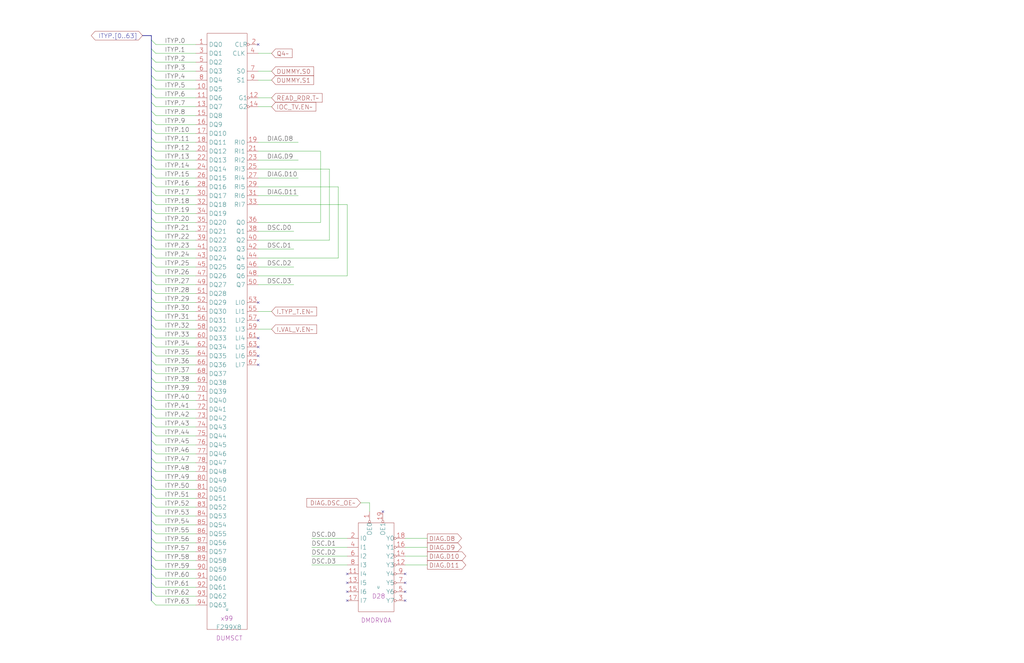
<source format=kicad_sch>
(kicad_sch (version 20220404) (generator eeschema)
  (paper "User" 584.2 378.46)
  (title_block (title "DUMMY RDR\\nTYPE") (date "22-SEP-90") (rev "2.0") (comment 1 "IOC") (comment 2 "232-003061") (comment 3 "S400") (comment 4 "RELEASED"))
  (lib_symbols
    (symbol "r1000:F240" (pin_names (offset 1.016))
      (property "Reference" "U" (at 2.54 5.08 0))
      (property "Value" "F240" (at -3.81 -7.62 0))
      (property "Location" "___" (at -1.27 0 0))
      (property "Name" "______" (at 1.27 -15.24 0))
      (symbol "F240_1_1"
        (rectangle (start -8.89 41.91) (end 11.43 -8.89))
        (circle (center -2.54 42.545) (radius 0.635))
        (circle (center 5.08 42.545) (radius 0.635))
        (circle (center 12.065 -2.54) (radius 0.635))
        (circle (center 12.065 2.54) (radius 0.635))
        (circle (center 12.065 7.62) (radius 0.635))
        (circle (center 12.065 12.7) (radius 0.635))
        (circle (center 12.065 17.78) (radius 0.635))
        (circle (center 12.065 22.86) (radius 0.635))
        (circle (center 12.065 27.94) (radius 0.635))
        (circle (center 12.065 33.02) (radius 0.635))
        (pin input line (at -2.54 48.26 270) (length 5.08) (name "OE0") (number "1"))
        (pin input line (at -15.24 12.7 0) (length 6.35) (name "I4") (number "11"))
        (pin tri_state line (at 17.78 17.78 180) (length 5.08) (name "Y3") (number "12"))
        (pin input line (at -15.24 7.62 0) (length 6.35) (name "I5") (number "13"))
        (pin tri_state line (at 17.78 22.86 180) (length 5.08) (name "Y2") (number "14"))
        (pin input line (at -15.24 2.54 0) (length 6.35) (name "I6") (number "15"))
        (pin tri_state line (at 17.78 27.94 180) (length 5.08) (name "Y1") (number "16"))
        (pin input line (at -15.24 -2.54 0) (length 6.35) (name "I7") (number "17"))
        (pin tri_state line (at 17.78 33.02 180) (length 5.08) (name "Y0") (number "18"))
        (pin input line (at 5.08 48.26 270) (length 5.08) (name "OE1") (number "19"))
        (pin input line (at -15.24 33.02 0) (length 6.35) (name "I0") (number "2"))
        (pin tri_state line (at 17.78 -2.54 180) (length 5.08) (name "Y7") (number "3"))
        (pin input line (at -15.24 27.94 0) (length 6.35) (name "I1") (number "4"))
        (pin tri_state line (at 17.78 2.54 180) (length 5.08) (name "Y6") (number "5"))
        (pin input line (at -15.24 22.86 0) (length 6.35) (name "I2") (number "6"))
        (pin tri_state line (at 17.78 7.62 180) (length 5.08) (name "Y5") (number "7"))
        (pin input line (at -15.24 17.78 0) (length 6.35) (name "I3") (number "8"))
        (pin tri_state line (at 17.78 12.7 180) (length 5.08) (name "Y4") (number "9"))
      )
    )
    (symbol "r1000:F299X8" (pin_names (offset 1.016))
      (property "Reference" "U" (at 2.54 5.08 0))
      (property "Value" "F299X8" (at -3.81 -5.08 0))
      (property "Location" "___" (at -1.27 0 0))
      (property "Name" "______" (at 3.81 -12.7 0))
      (symbol "F299X8_1_1"
        (rectangle (start -8.89 334.01) (end 13.97 -6.35))
        (circle (center 14.605 292.1) (radius 0.635))
        (circle (center 14.605 297.18) (radius 0.635))
        (circle (center 14.605 327.66) (radius 0.635))
        (pin bidirectional line (at -15.24 327.66 0) (length 6.35) (name "DQ0") (number "1"))
        (pin bidirectional line (at -15.24 302.26 0) (length 6.35) (name "DQ5") (number "10"))
        (pin bidirectional line (at -15.24 297.18 0) (length 6.35) (name "DQ6") (number "11"))
        (pin input line (at 20.32 297.18 180) (length 5.08) (name "G1") (number "12"))
        (pin bidirectional line (at -15.24 292.1 0) (length 6.35) (name "DQ7") (number "13"))
        (pin input line (at 20.32 292.1 180) (length 5.08) (name "G2") (number "14"))
        (pin bidirectional line (at -15.24 287.02 0) (length 6.35) (name "DQ8") (number "15"))
        (pin bidirectional line (at -15.24 281.94 0) (length 6.35) (name "DQ9") (number "16"))
        (pin bidirectional line (at -15.24 276.86 0) (length 6.35) (name "DQ10") (number "17"))
        (pin bidirectional line (at -15.24 271.78 0) (length 6.35) (name "DQ11") (number "18"))
        (pin input line (at 20.32 271.78 180) (length 6.35) (name "RI0") (number "19"))
        (pin input line (at 20.32 327.66 180) (length 5.08) (name "CLR") (number "2"))
        (pin bidirectional line (at -15.24 266.7 0) (length 6.35) (name "DQ12") (number "20"))
        (pin input line (at 20.32 266.7 180) (length 6.35) (name "RI1") (number "21"))
        (pin bidirectional line (at -15.24 261.62 0) (length 6.35) (name "DQ13") (number "22"))
        (pin input line (at 20.32 261.62 180) (length 6.35) (name "RI2") (number "23"))
        (pin bidirectional line (at -15.24 256.54 0) (length 6.35) (name "DQ14") (number "24"))
        (pin input line (at 20.32 256.54 180) (length 6.35) (name "RI3") (number "25"))
        (pin bidirectional line (at -15.24 251.46 0) (length 6.35) (name "DQ15") (number "26"))
        (pin input line (at 20.32 251.46 180) (length 6.35) (name "RI4") (number "27"))
        (pin bidirectional line (at -15.24 246.38 0) (length 6.35) (name "DQ16") (number "28"))
        (pin input line (at 20.32 246.38 180) (length 6.35) (name "RI5") (number "29"))
        (pin bidirectional line (at -15.24 322.58 0) (length 6.35) (name "DQ1") (number "3"))
        (pin bidirectional line (at -15.24 241.3 0) (length 6.35) (name "DQ17") (number "30"))
        (pin input line (at 20.32 241.3 180) (length 6.35) (name "RI6") (number "31"))
        (pin bidirectional line (at -15.24 236.22 0) (length 6.35) (name "DQ18") (number "32"))
        (pin input line (at 20.32 236.22 180) (length 6.35) (name "RI7") (number "33"))
        (pin bidirectional line (at -15.24 231.14 0) (length 6.35) (name "DQ19") (number "34"))
        (pin bidirectional line (at -15.24 226.06 0) (length 6.35) (name "DQ20") (number "35"))
        (pin output line (at 20.32 226.06 180) (length 6.35) (name "Q0") (number "36"))
        (pin bidirectional line (at -15.24 220.98 0) (length 6.35) (name "DQ21") (number "37"))
        (pin output line (at 20.32 220.98 180) (length 6.35) (name "Q1") (number "38"))
        (pin bidirectional line (at -15.24 215.9 0) (length 6.35) (name "DQ22") (number "39"))
        (pin input line (at 20.32 322.58 180) (length 6.35) (name "CLK") (number "4"))
        (pin output line (at 20.32 215.9 180) (length 6.35) (name "Q2") (number "40"))
        (pin bidirectional line (at -15.24 210.82 0) (length 6.35) (name "DQ23") (number "41"))
        (pin output line (at 20.32 210.82 180) (length 6.35) (name "Q3") (number "42"))
        (pin bidirectional line (at -15.24 205.74 0) (length 6.35) (name "DQ24") (number "43"))
        (pin output line (at 20.32 205.74 180) (length 6.35) (name "Q4") (number "44"))
        (pin bidirectional line (at -15.24 200.66 0) (length 6.35) (name "DQ25") (number "45"))
        (pin output line (at 20.32 200.66 180) (length 6.35) (name "Q5") (number "46"))
        (pin bidirectional line (at -15.24 195.58 0) (length 6.35) (name "DQ26") (number "47"))
        (pin output line (at 20.32 195.58 180) (length 6.35) (name "Q6") (number "48"))
        (pin bidirectional line (at -15.24 190.5 0) (length 6.35) (name "DQ27") (number "49"))
        (pin bidirectional line (at -15.24 317.5 0) (length 6.35) (name "DQ2") (number "5"))
        (pin output line (at 20.32 190.5 180) (length 6.35) (name "Q7") (number "50"))
        (pin bidirectional line (at -15.24 185.42 0) (length 6.35) (name "DQ28") (number "51"))
        (pin bidirectional line (at -15.24 180.34 0) (length 6.35) (name "DQ29") (number "52"))
        (pin input line (at 20.32 180.34 180) (length 6.35) (name "LI0") (number "53"))
        (pin bidirectional line (at -15.24 175.26 0) (length 6.35) (name "DQ30") (number "54"))
        (pin input line (at 20.32 175.26 180) (length 6.35) (name "LI1") (number "55"))
        (pin bidirectional line (at -15.24 170.18 0) (length 6.35) (name "DQ31") (number "56"))
        (pin input line (at 20.32 170.18 180) (length 6.35) (name "LI2") (number "57"))
        (pin bidirectional line (at -15.24 165.1 0) (length 6.35) (name "DQ32") (number "58"))
        (pin input line (at 20.32 165.1 180) (length 6.35) (name "LI3") (number "59"))
        (pin bidirectional line (at -15.24 312.42 0) (length 6.35) (name "DQ3") (number "6"))
        (pin bidirectional line (at -15.24 160.02 0) (length 6.35) (name "DQ33") (number "60"))
        (pin input line (at 20.32 160.02 180) (length 6.35) (name "LI4") (number "61"))
        (pin bidirectional line (at -15.24 154.94 0) (length 6.35) (name "DQ34") (number "62"))
        (pin input line (at 20.32 154.94 180) (length 6.35) (name "LI5") (number "63"))
        (pin bidirectional line (at -15.24 149.86 0) (length 6.35) (name "DQ35") (number "64"))
        (pin input line (at 20.32 149.86 180) (length 6.35) (name "LI6") (number "65"))
        (pin bidirectional line (at -15.24 144.78 0) (length 6.35) (name "DQ36") (number "66"))
        (pin input line (at 20.32 144.78 180) (length 6.35) (name "LI7") (number "67"))
        (pin bidirectional line (at -15.24 139.7 0) (length 6.35) (name "DQ37") (number "68"))
        (pin bidirectional line (at -15.24 134.62 0) (length 6.35) (name "DQ38") (number "69"))
        (pin input line (at 20.32 312.42 180) (length 6.35) (name "S0") (number "7"))
        (pin bidirectional line (at -15.24 129.54 0) (length 6.35) (name "DQ39") (number "70"))
        (pin bidirectional line (at -15.24 124.46 0) (length 6.35) (name "DQ40") (number "71"))
        (pin bidirectional line (at -15.24 119.38 0) (length 6.35) (name "DQ41") (number "72"))
        (pin bidirectional line (at -15.24 114.3 0) (length 6.35) (name "DQ42") (number "73"))
        (pin bidirectional line (at -15.24 109.22 0) (length 6.35) (name "DQ43") (number "74"))
        (pin bidirectional line (at -15.24 104.14 0) (length 6.35) (name "DQ44") (number "75"))
        (pin bidirectional line (at -15.24 99.06 0) (length 6.35) (name "DQ45") (number "76"))
        (pin bidirectional line (at -15.24 93.98 0) (length 6.35) (name "DQ46") (number "77"))
        (pin bidirectional line (at -15.24 88.9 0) (length 6.35) (name "DQ47") (number "78"))
        (pin bidirectional line (at -15.24 83.82 0) (length 6.35) (name "DQ48") (number "79"))
        (pin bidirectional line (at -15.24 307.34 0) (length 6.35) (name "DQ4") (number "8"))
        (pin bidirectional line (at -15.24 78.74 0) (length 6.35) (name "DQ49") (number "80"))
        (pin bidirectional line (at -15.24 73.66 0) (length 6.35) (name "DQ50") (number "81"))
        (pin bidirectional line (at -15.24 68.58 0) (length 6.35) (name "DQ51") (number "82"))
        (pin bidirectional line (at -15.24 63.5 0) (length 6.35) (name "DQ52") (number "83"))
        (pin bidirectional line (at -15.24 58.42 0) (length 6.35) (name "DQ53") (number "84"))
        (pin bidirectional line (at -15.24 53.34 0) (length 6.35) (name "DQ54") (number "85"))
        (pin bidirectional line (at -15.24 48.26 0) (length 6.35) (name "DQ55") (number "86"))
        (pin bidirectional line (at -15.24 43.18 0) (length 6.35) (name "DQ56") (number "87"))
        (pin bidirectional line (at -15.24 38.1 0) (length 6.35) (name "DQ57") (number "88"))
        (pin bidirectional line (at -15.24 33.02 0) (length 6.35) (name "DQ58") (number "89"))
        (pin input line (at 20.32 307.34 180) (length 6.35) (name "S1") (number "9"))
        (pin bidirectional line (at -15.24 27.94 0) (length 6.35) (name "DQ59") (number "90"))
        (pin bidirectional line (at -15.24 22.86 0) (length 6.35) (name "DQ60") (number "91"))
        (pin bidirectional line (at -15.24 17.78 0) (length 6.35) (name "DQ61") (number "92"))
        (pin bidirectional line (at -15.24 12.7 0) (length 6.35) (name "DQ62") (number "93"))
        (pin bidirectional line (at -15.24 7.62 0) (length 6.35) (name "DQ63") (number "94"))
      )
    )
  )
  (no_connect (at 147.32 193.04))
  (no_connect (at 198.12 327.66))
  (no_connect (at 231.14 327.66))
  (no_connect (at 218.44 292.1))
  (no_connect (at 198.12 342.9))
  (no_connect (at 147.32 25.4))
  (no_connect (at 147.32 198.12))
  (no_connect (at 147.32 172.72))
  (no_connect (at 231.14 342.9))
  (no_connect (at 147.32 208.28))
  (no_connect (at 231.14 337.82))
  (no_connect (at 147.32 182.88))
  (no_connect (at 147.32 203.2))
  (no_connect (at 198.12 337.82))
  (no_connect (at 198.12 332.74))
  (no_connect (at 231.14 332.74))
  (bus_entry (at 86.36 83.82) (size 2.54 2.54))
  (bus_entry (at 86.36 38.1) (size 2.54 2.54))
  (bus_entry (at 86.36 129.54) (size 2.54 2.54))
  (bus_entry (at 86.36 251.46) (size 2.54 2.54))
  (bus_entry (at 86.36 297.18) (size 2.54 2.54))
  (bus_entry (at 86.36 195.58) (size 2.54 2.54))
  (bus_entry (at 86.36 134.62) (size 2.54 2.54))
  (bus_entry (at 86.36 48.26) (size 2.54 2.54))
  (bus_entry (at 86.36 190.5) (size 2.54 2.54))
  (bus_entry (at 86.36 22.86) (size 2.54 2.54))
  (bus_entry (at 86.36 200.66) (size 2.54 2.54))
  (bus_entry (at 86.36 93.98) (size 2.54 2.54))
  (bus_entry (at 86.36 266.7) (size 2.54 2.54))
  (bus_entry (at 86.36 337.82) (size 2.54 2.54))
  (bus_entry (at 86.36 139.7) (size 2.54 2.54))
  (bus_entry (at 86.36 246.38) (size 2.54 2.54))
  (bus_entry (at 86.36 185.42) (size 2.54 2.54))
  (bus_entry (at 86.36 271.78) (size 2.54 2.54))
  (bus_entry (at 86.36 276.86) (size 2.54 2.54))
  (bus_entry (at 86.36 332.74) (size 2.54 2.54))
  (bus_entry (at 86.36 144.78) (size 2.54 2.54))
  (bus_entry (at 86.36 73.66) (size 2.54 2.54))
  (bus_entry (at 86.36 78.74) (size 2.54 2.54))
  (bus_entry (at 86.36 312.42) (size 2.54 2.54))
  (bus_entry (at 86.36 149.86) (size 2.54 2.54))
  (bus_entry (at 86.36 63.5) (size 2.54 2.54))
  (bus_entry (at 86.36 205.74) (size 2.54 2.54))
  (bus_entry (at 86.36 220.98) (size 2.54 2.54))
  (bus_entry (at 86.36 119.38) (size 2.54 2.54))
  (bus_entry (at 86.36 281.94) (size 2.54 2.54))
  (bus_entry (at 86.36 104.14) (size 2.54 2.54))
  (bus_entry (at 86.36 58.42) (size 2.54 2.54))
  (bus_entry (at 86.36 160.02) (size 2.54 2.54))
  (bus_entry (at 86.36 231.14) (size 2.54 2.54))
  (bus_entry (at 86.36 287.02) (size 2.54 2.54))
  (bus_entry (at 86.36 165.1) (size 2.54 2.54))
  (bus_entry (at 86.36 27.94) (size 2.54 2.54))
  (bus_entry (at 86.36 327.66) (size 2.54 2.54))
  (bus_entry (at 86.36 210.82) (size 2.54 2.54))
  (bus_entry (at 86.36 241.3) (size 2.54 2.54))
  (bus_entry (at 86.36 33.02) (size 2.54 2.54))
  (bus_entry (at 86.36 317.5) (size 2.54 2.54))
  (bus_entry (at 86.36 109.22) (size 2.54 2.54))
  (bus_entry (at 86.36 261.62) (size 2.54 2.54))
  (bus_entry (at 86.36 342.9) (size 2.54 2.54))
  (bus_entry (at 86.36 68.58) (size 2.54 2.54))
  (bus_entry (at 86.36 170.18) (size 2.54 2.54))
  (bus_entry (at 86.36 226.06) (size 2.54 2.54))
  (bus_entry (at 86.36 302.26) (size 2.54 2.54))
  (bus_entry (at 86.36 53.34) (size 2.54 2.54))
  (bus_entry (at 86.36 307.34) (size 2.54 2.54))
  (bus_entry (at 86.36 256.54) (size 2.54 2.54))
  (bus_entry (at 86.36 88.9) (size 2.54 2.54))
  (bus_entry (at 86.36 180.34) (size 2.54 2.54))
  (bus_entry (at 86.36 236.22) (size 2.54 2.54))
  (bus_entry (at 86.36 124.46) (size 2.54 2.54))
  (bus_entry (at 86.36 175.26) (size 2.54 2.54))
  (bus_entry (at 86.36 154.94) (size 2.54 2.54))
  (bus_entry (at 86.36 215.9) (size 2.54 2.54))
  (bus_entry (at 86.36 43.18) (size 2.54 2.54))
  (bus_entry (at 86.36 114.3) (size 2.54 2.54))
  (bus_entry (at 86.36 322.58) (size 2.54 2.54))
  (bus_entry (at 86.36 99.06) (size 2.54 2.54))
  (bus_entry (at 86.36 292.1) (size 2.54 2.54))
  (wire (pts (xy 177.8 317.5) (xy 198.12 317.5)))
  (wire (pts (xy 88.9 86.36) (xy 111.76 86.36)))
  (bus (pts (xy 86.36 281.94) (xy 86.36 287.02)))
  (wire (pts (xy 147.32 81.28) (xy 170.18 81.28)))
  (wire (pts (xy 88.9 259.08) (xy 111.76 259.08)))
  (wire (pts (xy 147.32 142.24) (xy 167.64 142.24)))
  (wire (pts (xy 147.32 101.6) (xy 170.18 101.6)))
  (bus (pts (xy 86.36 83.82) (xy 86.36 88.9)))
  (wire (pts (xy 210.82 287.02) (xy 210.82 292.1)))
  (bus (pts (xy 86.36 78.74) (xy 86.36 83.82)))
  (bus (pts (xy 86.36 332.74) (xy 86.36 337.82)))
  (bus (pts (xy 86.36 271.78) (xy 86.36 276.86)))
  (wire (pts (xy 177.8 312.42) (xy 198.12 312.42)))
  (wire (pts (xy 88.9 208.28) (xy 111.76 208.28)))
  (bus (pts (xy 86.36 144.78) (xy 86.36 149.86)))
  (wire (pts (xy 182.88 127) (xy 182.88 86.36)))
  (wire (pts (xy 147.32 187.96) (xy 154.94 187.96)))
  (wire (pts (xy 88.9 198.12) (xy 111.76 198.12)))
  (wire (pts (xy 147.32 162.56) (xy 167.64 162.56)))
  (wire (pts (xy 231.14 322.58) (xy 243.84 322.58)))
  (bus (pts (xy 86.36 236.22) (xy 86.36 241.3)))
  (bus (pts (xy 86.36 134.62) (xy 86.36 139.7)))
  (bus (pts (xy 86.36 246.38) (xy 86.36 251.46)))
  (bus (pts (xy 86.36 266.7) (xy 86.36 271.78)))
  (bus (pts (xy 86.36 88.9) (xy 86.36 93.98)))
  (bus (pts (xy 86.36 322.58) (xy 86.36 327.66)))
  (wire (pts (xy 147.32 86.36) (xy 182.88 86.36)))
  (wire (pts (xy 88.9 238.76) (xy 111.76 238.76)))
  (bus (pts (xy 86.36 210.82) (xy 86.36 215.9)))
  (wire (pts (xy 88.9 309.88) (xy 111.76 309.88)))
  (wire (pts (xy 88.9 320.04) (xy 111.76 320.04)))
  (wire (pts (xy 88.9 228.6) (xy 111.76 228.6)))
  (bus (pts (xy 86.36 165.1) (xy 86.36 170.18)))
  (bus (pts (xy 86.36 287.02) (xy 86.36 292.1)))
  (wire (pts (xy 88.9 106.68) (xy 111.76 106.68)))
  (bus (pts (xy 86.36 292.1) (xy 86.36 297.18)))
  (wire (pts (xy 88.9 55.88) (xy 111.76 55.88)))
  (bus (pts (xy 86.36 185.42) (xy 86.36 190.5)))
  (bus (pts (xy 86.36 261.62) (xy 86.36 266.7)))
  (wire (pts (xy 88.9 218.44) (xy 111.76 218.44)))
  (bus (pts (xy 86.36 251.46) (xy 86.36 256.54)))
  (wire (pts (xy 88.9 25.4) (xy 111.76 25.4)))
  (wire (pts (xy 231.14 307.34) (xy 243.84 307.34)))
  (bus (pts (xy 86.36 241.3) (xy 86.36 246.38)))
  (wire (pts (xy 147.32 152.4) (xy 167.64 152.4)))
  (wire (pts (xy 147.32 132.08) (xy 167.64 132.08)))
  (wire (pts (xy 88.9 162.56) (xy 111.76 162.56)))
  (wire (pts (xy 88.9 35.56) (xy 111.76 35.56)))
  (wire (pts (xy 88.9 233.68) (xy 111.76 233.68)))
  (wire (pts (xy 147.32 30.48) (xy 154.94 30.48)))
  (wire (pts (xy 88.9 167.64) (xy 111.76 167.64)))
  (wire (pts (xy 88.9 243.84) (xy 111.76 243.84)))
  (wire (pts (xy 231.14 317.5) (xy 243.84 317.5)))
  (wire (pts (xy 88.9 284.48) (xy 111.76 284.48)))
  (wire (pts (xy 231.14 312.42) (xy 243.84 312.42)))
  (wire (pts (xy 177.8 307.34) (xy 198.12 307.34)))
  (bus (pts (xy 86.36 99.06) (xy 86.36 104.14)))
  (wire (pts (xy 88.9 111.76) (xy 111.76 111.76)))
  (wire (pts (xy 88.9 304.8) (xy 111.76 304.8)))
  (bus (pts (xy 86.36 68.58) (xy 86.36 73.66)))
  (bus (pts (xy 86.36 205.74) (xy 86.36 210.82)))
  (bus (pts (xy 86.36 53.34) (xy 86.36 58.42)))
  (bus (pts (xy 86.36 180.34) (xy 86.36 185.42)))
  (wire (pts (xy 88.9 203.2) (xy 111.76 203.2)))
  (bus (pts (xy 86.36 27.94) (xy 86.36 33.02)))
  (bus (pts (xy 86.36 149.86) (xy 86.36 154.94)))
  (bus (pts (xy 86.36 48.26) (xy 86.36 53.34)))
  (wire (pts (xy 198.12 157.48) (xy 198.12 116.84)))
  (wire (pts (xy 88.9 101.6) (xy 111.76 101.6)))
  (wire (pts (xy 147.32 40.64) (xy 154.94 40.64)))
  (bus (pts (xy 86.36 302.26) (xy 86.36 307.34)))
  (wire (pts (xy 147.32 157.48) (xy 198.12 157.48)))
  (wire (pts (xy 88.9 325.12) (xy 111.76 325.12)))
  (wire (pts (xy 88.9 213.36) (xy 111.76 213.36)))
  (wire (pts (xy 88.9 142.24) (xy 111.76 142.24)))
  (wire (pts (xy 88.9 121.92) (xy 111.76 121.92)))
  (bus (pts (xy 86.36 109.22) (xy 86.36 114.3)))
  (bus (pts (xy 86.36 220.98) (xy 86.36 226.06)))
  (bus (pts (xy 86.36 312.42) (xy 86.36 317.5)))
  (bus (pts (xy 86.36 38.1) (xy 86.36 43.18)))
  (wire (pts (xy 88.9 30.48) (xy 111.76 30.48)))
  (wire (pts (xy 88.9 223.52) (xy 111.76 223.52)))
  (wire (pts (xy 88.9 330.2) (xy 111.76 330.2)))
  (wire (pts (xy 147.32 55.88) (xy 154.94 55.88)))
  (wire (pts (xy 88.9 269.24) (xy 111.76 269.24)))
  (wire (pts (xy 88.9 264.16) (xy 111.76 264.16)))
  (bus (pts (xy 86.36 190.5) (xy 86.36 195.58)))
  (bus (pts (xy 86.36 114.3) (xy 86.36 119.38)))
  (wire (pts (xy 88.9 289.56) (xy 111.76 289.56)))
  (wire (pts (xy 147.32 91.44) (xy 170.18 91.44)))
  (wire (pts (xy 88.9 248.92) (xy 111.76 248.92)))
  (wire (pts (xy 147.32 147.32) (xy 193.04 147.32)))
  (bus (pts (xy 86.36 337.82) (xy 86.36 342.9)))
  (wire (pts (xy 88.9 116.84) (xy 111.76 116.84)))
  (wire (pts (xy 88.9 345.44) (xy 111.76 345.44)))
  (bus (pts (xy 86.36 129.54) (xy 86.36 134.62)))
  (wire (pts (xy 88.9 193.04) (xy 111.76 193.04)))
  (wire (pts (xy 187.96 137.16) (xy 147.32 137.16)))
  (bus (pts (xy 86.36 63.5) (xy 86.36 68.58)))
  (bus (pts (xy 86.36 154.94) (xy 86.36 160.02)))
  (wire (pts (xy 147.32 96.52) (xy 187.96 96.52)))
  (wire (pts (xy 88.9 274.32) (xy 111.76 274.32)))
  (wire (pts (xy 88.9 172.72) (xy 111.76 172.72)))
  (wire (pts (xy 88.9 187.96) (xy 111.76 187.96)))
  (wire (pts (xy 88.9 71.12) (xy 111.76 71.12)))
  (bus (pts (xy 86.36 200.66) (xy 86.36 205.74)))
  (bus (pts (xy 86.36 307.34) (xy 86.36 312.42)))
  (bus (pts (xy 86.36 119.38) (xy 86.36 124.46)))
  (wire (pts (xy 88.9 137.16) (xy 111.76 137.16)))
  (wire (pts (xy 88.9 157.48) (xy 111.76 157.48)))
  (wire (pts (xy 88.9 66.04) (xy 111.76 66.04)))
  (wire (pts (xy 147.32 60.96) (xy 154.94 60.96)))
  (wire (pts (xy 205.74 287.02) (xy 210.82 287.02)))
  (wire (pts (xy 177.8 322.58) (xy 198.12 322.58)))
  (wire (pts (xy 187.96 96.52) (xy 187.96 137.16)))
  (wire (pts (xy 88.9 132.08) (xy 111.76 132.08)))
  (wire (pts (xy 88.9 299.72) (xy 111.76 299.72)))
  (bus (pts (xy 86.36 297.18) (xy 86.36 302.26)))
  (wire (pts (xy 88.9 147.32) (xy 111.76 147.32)))
  (wire (pts (xy 88.9 76.2) (xy 111.76 76.2)))
  (bus (pts (xy 86.36 327.66) (xy 86.36 332.74)))
  (wire (pts (xy 88.9 60.96) (xy 111.76 60.96)))
  (bus (pts (xy 86.36 58.42) (xy 86.36 63.5)))
  (wire (pts (xy 147.32 45.72) (xy 154.94 45.72)))
  (wire (pts (xy 88.9 279.4) (xy 111.76 279.4)))
  (bus (pts (xy 86.36 43.18) (xy 86.36 48.26)))
  (wire (pts (xy 88.9 81.28) (xy 111.76 81.28)))
  (wire (pts (xy 147.32 111.76) (xy 170.18 111.76)))
  (bus (pts (xy 86.36 231.14) (xy 86.36 236.22)))
  (wire (pts (xy 88.9 91.44) (xy 111.76 91.44)))
  (wire (pts (xy 88.9 40.64) (xy 111.76 40.64)))
  (wire (pts (xy 88.9 254) (xy 111.76 254)))
  (bus (pts (xy 86.36 195.58) (xy 86.36 200.66)))
  (wire (pts (xy 88.9 314.96) (xy 111.76 314.96)))
  (bus (pts (xy 86.36 226.06) (xy 86.36 231.14)))
  (bus (pts (xy 86.36 317.5) (xy 86.36 322.58)))
  (wire (pts (xy 88.9 340.36) (xy 111.76 340.36)))
  (wire (pts (xy 88.9 45.72) (xy 111.76 45.72)))
  (wire (pts (xy 198.12 116.84) (xy 147.32 116.84)))
  (bus (pts (xy 86.36 104.14) (xy 86.36 109.22)))
  (wire (pts (xy 147.32 127) (xy 182.88 127)))
  (wire (pts (xy 88.9 294.64) (xy 111.76 294.64)))
  (bus (pts (xy 86.36 22.86) (xy 86.36 27.94)))
  (wire (pts (xy 88.9 96.52) (xy 111.76 96.52)))
  (wire (pts (xy 193.04 106.68) (xy 193.04 147.32)))
  (bus (pts (xy 86.36 276.86) (xy 86.36 281.94)))
  (bus (pts (xy 86.36 256.54) (xy 86.36 261.62)))
  (wire (pts (xy 88.9 152.4) (xy 111.76 152.4)))
  (wire (pts (xy 88.9 177.8) (xy 111.76 177.8)))
  (bus (pts (xy 81.28 20.32) (xy 86.36 20.32)))
  (bus (pts (xy 86.36 139.7) (xy 86.36 144.78)))
  (wire (pts (xy 147.32 177.8) (xy 154.94 177.8)))
  (wire (pts (xy 88.9 127) (xy 111.76 127)))
  (bus (pts (xy 86.36 215.9) (xy 86.36 220.98)))
  (bus (pts (xy 86.36 170.18) (xy 86.36 175.26)))
  (wire (pts (xy 147.32 106.68) (xy 193.04 106.68)))
  (bus (pts (xy 86.36 22.86) (xy 86.36 20.32)))
  (bus (pts (xy 86.36 93.98) (xy 86.36 99.06)))
  (bus (pts (xy 86.36 73.66) (xy 86.36 78.74)))
  (wire (pts (xy 88.9 335.28) (xy 111.76 335.28)))
  (bus (pts (xy 86.36 33.02) (xy 86.36 38.1)))
  (bus (pts (xy 86.36 124.46) (xy 86.36 129.54)))
  (wire (pts (xy 88.9 182.88) (xy 111.76 182.88)))
  (bus (pts (xy 86.36 175.26) (xy 86.36 180.34)))
  (wire (pts (xy 88.9 50.8) (xy 111.76 50.8)))
  (bus (pts (xy 86.36 160.02) (xy 86.36 165.1)))
  (label "ITYP.9" (at 93.98 71.12 0) (effects (font (size 2.54 2.54))))
  (label "ITYP.48" (at 93.98 269.24 0) (effects (font (size 2.54 2.54))))
  (label "DSC.D0" (at 152.4 132.08 0) (effects (font (size 2.54 2.54))))
  (label "ITYP.40" (at 93.98 228.6 0) (effects (font (size 2.54 2.54))))
  (label "ITYP.30" (at 93.98 177.8 0) (effects (font (size 2.54 2.54))))
  (label "DIAG.D10" (at 152.4 101.6 0) (effects (font (size 2.54 2.54))))
  (label "ITYP.38" (at 93.98 218.44 0) (effects (font (size 2.54 2.54))))
  (label "ITYP.49" (at 93.98 274.32 0) (effects (font (size 2.54 2.54))))
  (label "ITYP.14" (at 93.98 96.52 0) (effects (font (size 2.54 2.54))))
  (label "ITYP.21" (at 93.98 132.08 0) (effects (font (size 2.54 2.54))))
  (label "DIAG.D8" (at 152.4 81.28 0) (effects (font (size 2.54 2.54))))
  (label "ITYP.25" (at 93.98 152.4 0) (effects (font (size 2.54 2.54))))
  (label "ITYP.39" (at 93.98 223.52 0) (effects (font (size 2.54 2.54))))
  (label "DSC.D0" (at 177.8 307.34 0) (effects (font (size 2.54 2.54))))
  (label "ITYP.18" (at 93.98 116.84 0) (effects (font (size 2.54 2.54))))
  (label "ITYP.33" (at 93.98 193.04 0) (effects (font (size 2.54 2.54))))
  (label "ITYP.24" (at 93.98 147.32 0) (effects (font (size 2.54 2.54))))
  (label "ITYP.23" (at 93.98 142.24 0) (effects (font (size 2.54 2.54))))
  (label "ITYP.32" (at 93.98 187.96 0) (effects (font (size 2.54 2.54))))
  (label "ITYP.61" (at 93.98 335.28 0) (effects (font (size 2.54 2.54))))
  (label "ITYP.3" (at 93.98 40.64 0) (effects (font (size 2.54 2.54))))
  (label "ITYP.53" (at 93.98 294.64 0) (effects (font (size 2.54 2.54))))
  (label "ITYP.34" (at 93.98 198.12 0) (effects (font (size 2.54 2.54))))
  (label "ITYP.57" (at 93.98 314.96 0) (effects (font (size 2.54 2.54))))
  (label "ITYP.8" (at 93.98 66.04 0) (effects (font (size 2.54 2.54))))
  (label "ITYP.51" (at 93.98 284.48 0) (effects (font (size 2.54 2.54))))
  (label "ITYP.15" (at 93.98 101.6 0) (effects (font (size 2.54 2.54))))
  (label "ITYP.36" (at 93.98 208.28 0) (effects (font (size 2.54 2.54))))
  (label "DSC.D2" (at 152.4 152.4 0) (effects (font (size 2.54 2.54))))
  (label "ITYP.5" (at 93.98 50.8 0) (effects (font (size 2.54 2.54))))
  (label "ITYP.7" (at 93.98 60.96 0) (effects (font (size 2.54 2.54))))
  (label "DSC.D3" (at 152.4 162.56 0) (effects (font (size 2.54 2.54))))
  (label "DSC.D1" (at 152.4 142.24 0) (effects (font (size 2.54 2.54))))
  (label "ITYP.2" (at 93.98 35.56 0) (effects (font (size 2.54 2.54))))
  (label "ITYP.20" (at 93.98 127 0) (effects (font (size 2.54 2.54))))
  (label "ITYP.58" (at 93.98 320.04 0) (effects (font (size 2.54 2.54))))
  (label "ITYP.44" (at 93.98 248.92 0) (effects (font (size 2.54 2.54))))
  (label "ITYP.13" (at 93.98 91.44 0) (effects (font (size 2.54 2.54))))
  (label "ITYP.56" (at 93.98 309.88 0) (effects (font (size 2.54 2.54))))
  (label "ITYP.35" (at 93.98 203.2 0) (effects (font (size 2.54 2.54))))
  (label "ITYP.41" (at 93.98 233.68 0) (effects (font (size 2.54 2.54))))
  (label "ITYP.26" (at 93.98 157.48 0) (effects (font (size 2.54 2.54))))
  (label "DIAG.D11" (at 152.4 111.76 0) (effects (font (size 2.54 2.54))))
  (label "ITYP.28" (at 93.98 167.64 0) (effects (font (size 2.54 2.54))))
  (label "DSC.D3" (at 177.8 322.58 0) (effects (font (size 2.54 2.54))))
  (label "ITYP.42" (at 93.98 238.76 0) (effects (font (size 2.54 2.54))))
  (label "ITYP.0" (at 93.98 25.4 0) (effects (font (size 2.54 2.54))))
  (label "ITYP.63" (at 93.98 345.44 0) (effects (font (size 2.54 2.54))))
  (label "ITYP.52" (at 93.98 289.56 0) (effects (font (size 2.54 2.54))))
  (label "ITYP.10" (at 93.98 76.2 0) (effects (font (size 2.54 2.54))))
  (label "ITYP.16" (at 93.98 106.68 0) (effects (font (size 2.54 2.54))))
  (label "ITYP.11" (at 93.98 81.28 0) (effects (font (size 2.54 2.54))))
  (label "DIAG.D9" (at 152.4 91.44 0) (effects (font (size 2.54 2.54))))
  (label "ITYP.37" (at 93.98 213.36 0) (effects (font (size 2.54 2.54))))
  (label "ITYP.29" (at 93.98 172.72 0) (effects (font (size 2.54 2.54))))
  (label "ITYP.47" (at 93.98 264.16 0) (effects (font (size 2.54 2.54))))
  (label "DSC.D2" (at 177.8 317.5 0) (effects (font (size 2.54 2.54))))
  (label "ITYP.12" (at 93.98 86.36 0) (effects (font (size 2.54 2.54))))
  (label "ITYP.60" (at 93.98 330.2 0) (effects (font (size 2.54 2.54))))
  (label "ITYP.46" (at 93.98 259.08 0) (effects (font (size 2.54 2.54))))
  (label "ITYP.55" (at 93.98 304.8 0) (effects (font (size 2.54 2.54))))
  (label "ITYP.1" (at 93.98 30.48 0) (effects (font (size 2.54 2.54))))
  (label "ITYP.59" (at 93.98 325.12 0) (effects (font (size 2.54 2.54))))
  (label "ITYP.62" (at 93.98 340.36 0) (effects (font (size 2.54 2.54))))
  (label "ITYP.22" (at 93.98 137.16 0) (effects (font (size 2.54 2.54))))
  (label "ITYP.43" (at 93.98 243.84 0) (effects (font (size 2.54 2.54))))
  (label "ITYP.4" (at 93.98 45.72 0) (effects (font (size 2.54 2.54))))
  (label "DSC.D1" (at 177.8 312.42 0) (effects (font (size 2.54 2.54))))
  (label "ITYP.6" (at 93.98 55.88 0) (effects (font (size 2.54 2.54))))
  (label "ITYP.45" (at 93.98 254 0) (effects (font (size 2.54 2.54))))
  (label "ITYP.27" (at 93.98 162.56 0) (effects (font (size 2.54 2.54))))
  (label "ITYP.17" (at 93.98 111.76 0) (effects (font (size 2.54 2.54))))
  (label "ITYP.54" (at 93.98 299.72 0) (effects (font (size 2.54 2.54))))
  (label "ITYP.19" (at 93.98 121.92 0) (effects (font (size 2.54 2.54))))
  (label "ITYP.50" (at 93.98 279.4 0) (effects (font (size 2.54 2.54))))
  (label "ITYP.31" (at 93.98 182.88 0) (effects (font (size 2.54 2.54))))
  (global_label "DIAG.D8" (shape output) (at 243.84 307.34 0) (effects (font (size 2.54 2.54))) (property "Intersheet References" "${INTERSHEET_REFS}" (at 263.3012 307.1813 0) (effects (font (size 1.905 1.905)) (justify left))))
  (global_label "DIAG.D10" (shape output) (at 243.84 317.5 0) (effects (font (size 2.54 2.54))) (property "Intersheet References" "${INTERSHEET_REFS}" (at 263.3012 317.3413 0) (effects (font (size 1.905 1.905)) (justify left))))
  (global_label "IOC_TV.EN~" (shape input) (at 154.94 60.96 0) (effects (font (size 2.54 2.54))) (property "Intersheet References" "${INTERSHEET_REFS}" (at 185.166 60.8013 0) (effects (font (size 1.905 1.905)) (justify left))))
  (global_label "I.TYP_T.EN~" (shape input) (at 154.94 177.8 0) (effects (font (size 2.54 2.54))) (property "Intersheet References" "${INTERSHEET_REFS}" (at 180.6908 177.6413 0) (effects (font (size 1.905 1.905)) (justify left))))
  (global_label "READ_RDR.T~" (shape input) (at 154.94 55.88 0) (effects (font (size 2.54 2.54))) (property "Intersheet References" "${INTERSHEET_REFS}" (at 183.8355 55.7213 0) (effects (font (size 1.905 1.905)) (justify left))))
  (global_label "I.VAL_V.EN~" (shape input) (at 154.94 187.96 0) (effects (font (size 2.54 2.54))) (property "Intersheet References" "${INTERSHEET_REFS}" (at 180.6908 187.8013 0) (effects (font (size 1.905 1.905)) (justify left))))
  (global_label "DUMMY.S1" (shape input) (at 154.94 45.72 0) (effects (font (size 2.54 2.54))) (property "Intersheet References" "${INTERSHEET_REFS}" (at 178.9974 45.5613 0) (effects (font (size 1.905 1.905)) (justify left))))
  (global_label "DIAG.D9" (shape output) (at 243.84 312.42 0) (effects (font (size 2.54 2.54))) (property "Intersheet References" "${INTERSHEET_REFS}" (at 263.3012 312.2613 0) (effects (font (size 1.905 1.905)) (justify left))))
  (global_label "ITYP.[0..63]" (shape bidirectional) (at 81.28 20.32 180) (effects (font (size 2.54 2.54))) (property "Intersheet References" "${INTERSHEET_REFS}" (at 54.3197 20.1613 0) (effects (font (size 1.905 1.905)) (justify right))))
  (global_label "DIAG.D11" (shape output) (at 243.84 322.58 0) (effects (font (size 2.54 2.54))) (property "Intersheet References" "${INTERSHEET_REFS}" (at 263.3012 322.4213 0) (effects (font (size 1.905 1.905)) (justify left))))
  (global_label "DIAG.DSC_OE~" (shape input) (at 205.74 287.02 180) (effects (font (size 2.54 2.54))) (property "Intersheet References" "${INTERSHEET_REFS}" (at 175.0302 286.8613 0) (effects (font (size 1.905 1.905)) (justify right))))
  (global_label "Q4~" (shape input) (at 154.94 30.48 0) (effects (font (size 2.54 2.54))) (property "Intersheet References" "${INTERSHEET_REFS}" (at 172.8289 30.3213 0) (effects (font (size 1.905 1.905)) (justify left))))
  (global_label "DUMMY.S0" (shape input) (at 154.94 40.64 0) (effects (font (size 2.54 2.54))) (property "Intersheet References" "${INTERSHEET_REFS}" (at 178.9974 40.4813 0) (effects (font (size 1.905 1.905)) (justify left))))
  (symbol (lib_id "r1000:F240") (at 213.36 340.36 0) (unit 1)
    (default_instance (reference "U") (unit 1) (value "") (footprint ""))
    (property "Reference" "U" (at 215.9 335.28 0))
    (property "Location" "D28" (at 212.09 340.36 0) (effects (font (size 2.54 2.54)) (justify left)))
    (property "Name" "DMDRV0A" (at 214.63 355.6 0) (effects (font (size 2.54 2.54)) (justify bottom)))
  )
  (symbol (lib_id "r1000:F299X8") (at 127 353.06 0) (unit 1)
    (default_instance (reference "U") (unit 1) (value "F299X8") (footprint ""))
    (property "Reference" "U" (at 129.54 347.98 0))
    (property "Value" "F299X8" (at 123.19 358.14 0) (effects (font (size 2.54 2.54)) (justify left)))
    (property "Location" "x99" (at 125.73 353.06 0) (effects (font (size 2.54 2.54)) (justify left)))
    (property "Name" "DUMSCT" (at 130.81 365.76 0) (effects (font (size 2.54 2.54)) (justify bottom)))
  )
)
</source>
